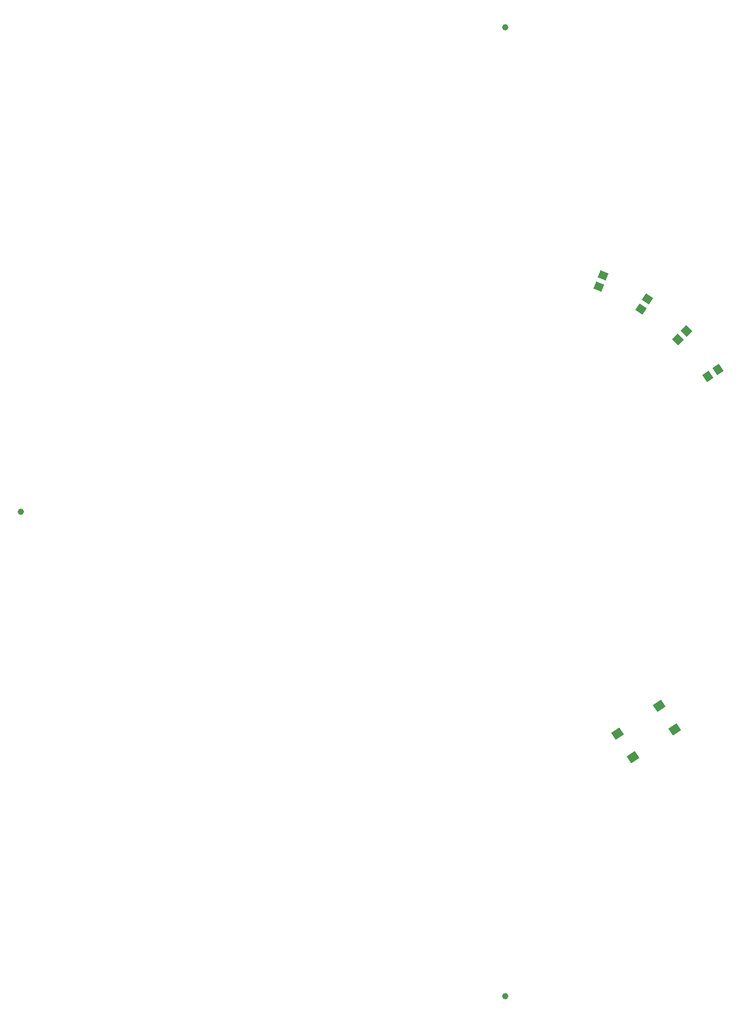
<source format=gbp>
G04 Layer_Color=128*
%FSLAX25Y25*%
%MOIN*%
G70*
G01*
G75*
G04:AMPARAMS|DCode=22|XSize=53.15mil|YSize=47.24mil|CornerRadius=0mil|HoleSize=0mil|Usage=FLASHONLY|Rotation=146.250|XOffset=0mil|YOffset=0mil|HoleType=Round|Shape=Rectangle|*
%AMROTATEDRECTD22*
4,1,4,0.03522,0.00488,0.00897,-0.03441,-0.03522,-0.00488,-0.00897,0.03441,0.03522,0.00488,0.0*
%
%ADD22ROTATEDRECTD22*%

G04:AMPARAMS|DCode=59|XSize=53.15mil|YSize=47.24mil|CornerRadius=0mil|HoleSize=0mil|Usage=FLASHONLY|Rotation=123.750|XOffset=0mil|YOffset=0mil|HoleType=Round|Shape=Rectangle|*
%AMROTATEDRECTD59*
4,1,4,0.03441,-0.00897,-0.00488,-0.03522,-0.03441,0.00897,0.00488,0.03522,0.03441,-0.00897,0.0*
%
%ADD59ROTATEDRECTD59*%

G04:AMPARAMS|DCode=65|XSize=53.15mil|YSize=47.24mil|CornerRadius=0mil|HoleSize=0mil|Usage=FLASHONLY|Rotation=135.000|XOffset=0mil|YOffset=0mil|HoleType=Round|Shape=Rectangle|*
%AMROTATEDRECTD65*
4,1,4,0.03550,-0.00209,0.00209,-0.03550,-0.03550,0.00209,-0.00209,0.03550,0.03550,-0.00209,0.0*
%
%ADD65ROTATEDRECTD65*%

G04:AMPARAMS|DCode=66|XSize=53.15mil|YSize=47.24mil|CornerRadius=0mil|HoleSize=0mil|Usage=FLASHONLY|Rotation=157.500|XOffset=0mil|YOffset=0mil|HoleType=Round|Shape=Rectangle|*
%AMROTATEDRECTD66*
4,1,4,0.03359,0.01165,0.01551,-0.03199,-0.03359,-0.01165,-0.01551,0.03199,0.03359,0.01165,0.0*
%
%ADD66ROTATEDRECTD66*%

G04:AMPARAMS|DCode=69|XSize=39.37mil|YSize=39.37mil|CornerRadius=19.69mil|HoleSize=0mil|Usage=FLASHONLY|Rotation=270.000|XOffset=0mil|YOffset=0mil|HoleType=Round|Shape=RoundedRectangle|*
%AMROUNDEDRECTD69*
21,1,0.03937,0.00000,0,0,270.0*
21,1,0.00000,0.03937,0,0,270.0*
1,1,0.03937,0.00000,0.00000*
1,1,0.03937,0.00000,0.00000*
1,1,0.03937,0.00000,0.00000*
1,1,0.03937,0.00000,0.00000*
%
%ADD69ROUNDEDRECTD69*%
G04:AMPARAMS|DCode=79|XSize=51.18mil|YSize=61.02mil|CornerRadius=0mil|HoleSize=0mil|Usage=FLASHONLY|Rotation=123.750|XOffset=0mil|YOffset=0mil|HoleType=Round|Shape=Rectangle|*
%AMROTATEDRECTD79*
4,1,4,0.03959,-0.00433,-0.01115,-0.03823,-0.03959,0.00433,0.01115,0.03823,0.03959,-0.00433,0.0*
%
%ADD79ROTATEDRECTD79*%

D22*
X84534Y126514D02*
D03*
X88690Y132734D02*
D03*
D59*
X126514Y84534D02*
D03*
X132734Y88690D02*
D03*
D65*
X107591Y107591D02*
D03*
X112881Y112881D02*
D03*
D66*
X58228Y140575D02*
D03*
X61091Y147486D02*
D03*
D69*
X0Y302000D02*
D03*
X-302000Y0D02*
D03*
X0Y-302000D02*
D03*
D79*
X69902Y-138136D02*
D03*
X95927Y-120747D02*
D03*
X79745Y-152867D02*
D03*
X105770Y-135478D02*
D03*
M02*

</source>
